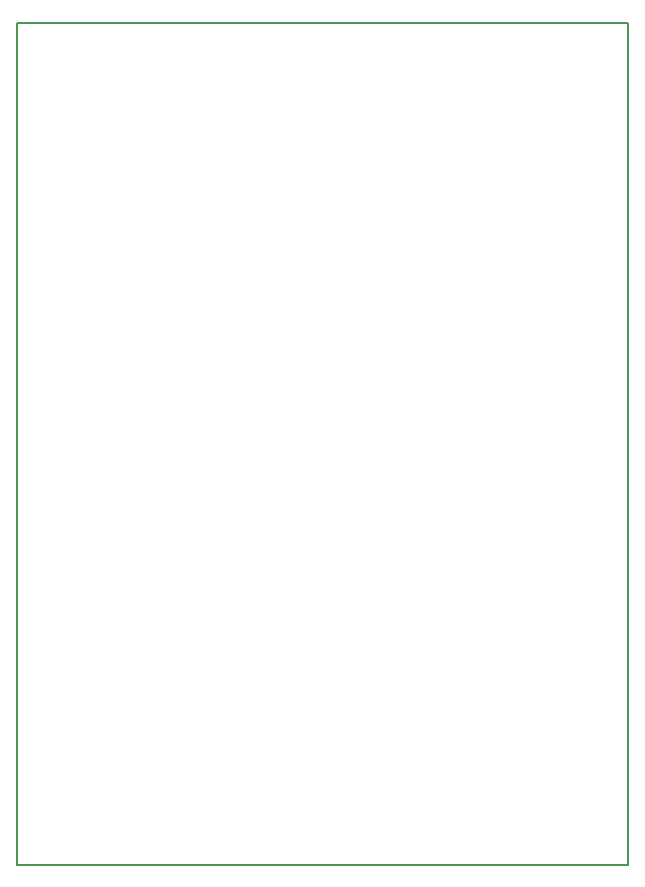
<source format=gm1>
G04 MADE WITH FRITZING*
G04 WWW.FRITZING.ORG*
G04 DOUBLE SIDED*
G04 HOLES PLATED*
G04 CONTOUR ON CENTER OF CONTOUR VECTOR*
%ASAXBY*%
%FSLAX23Y23*%
%MOIN*%
%OFA0B0*%
%SFA1.0B1.0*%
%ADD10R,2.047240X2.814960*%
%ADD11C,0.008000*%
%ADD10C,0.008*%
%LNCONTOUR*%
G90*
G70*
G54D10*
G54D11*
X4Y2811D02*
X2043Y2811D01*
X2043Y4D01*
X4Y4D01*
X4Y2811D01*
D02*
G04 End of contour*
M02*
</source>
